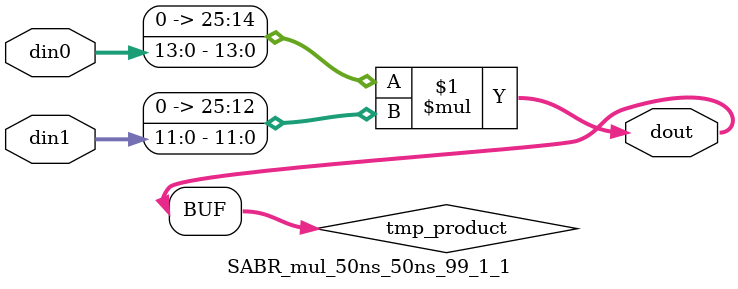
<source format=v>

`timescale 1 ns / 1 ps

 module SABR_mul_50ns_50ns_99_1_1(din0, din1, dout);
parameter ID = 1;
parameter NUM_STAGE = 0;
parameter din0_WIDTH = 14;
parameter din1_WIDTH = 12;
parameter dout_WIDTH = 26;

input [din0_WIDTH - 1 : 0] din0; 
input [din1_WIDTH - 1 : 0] din1; 
output [dout_WIDTH - 1 : 0] dout;

wire signed [dout_WIDTH - 1 : 0] tmp_product;
























assign tmp_product = $signed({1'b0, din0}) * $signed({1'b0, din1});











assign dout = tmp_product;





















endmodule

</source>
